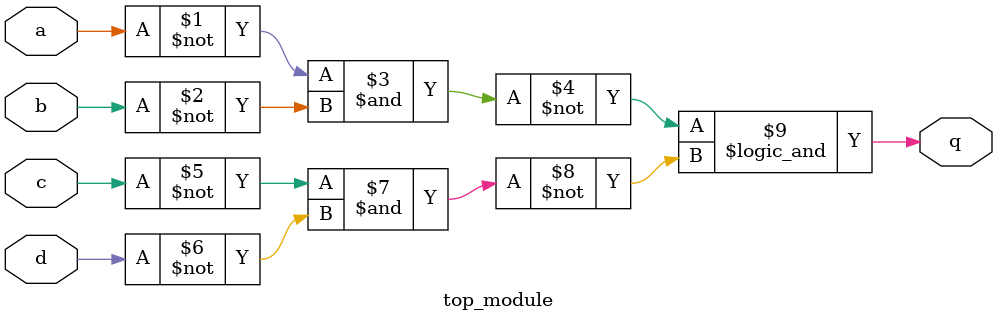
<source format=v>
module top_module (
    input a,
    input b,
    input c,
    input d,
    output q );//

    assign q = ~(~a&~b)&&~(~c&~d);

endmodule

/* Version with much clearer logic

module top_module (
    input a,
    input b,
    input c,
    input d,
    output q );//
	// b with c or d, a with c or d, b and a can only be together if not alone
    assign q = (a|b)&(c|d); // Fix me

endmodule

*/

</source>
